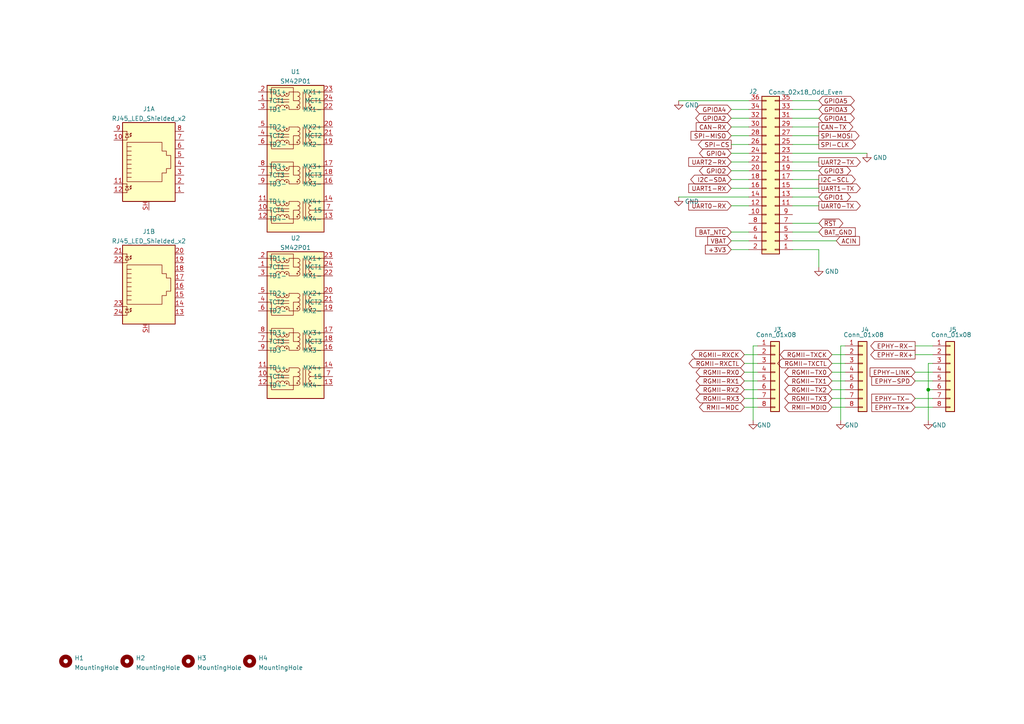
<source format=kicad_sch>
(kicad_sch (version 20210621) (generator eeschema)
  (paper "A4")
  (lib_symbols
    (symbol "Connector:RJ45_LED_Shielded_x2"
      (property "Reference" "J" (at -5.08 13.97 0))
      (property "Value" "RJ45_LED_Shielded_x2" (at 1.27 13.97 0))
      (symbol "RJ45_LED_Shielded_x2_0_1"
        (rectangle (start 7.62 12.7) (end -7.62 -10.16) (stroke (width 0.254)) (fill (type background)))
        (polyline (pts (xy -7.62 -7.62) (xy -6.35 -7.62)))
        (polyline (pts (xy -7.62 -5.08) (xy -6.35 -5.08)))
        (polyline (pts (xy -7.62 7.62) (xy -6.35 7.62)))
        (polyline (pts (xy -7.62 10.16) (xy -6.35 10.16)))
        (polyline (pts (xy -6.858 -5.842) (xy -5.842 -5.842)))
        (polyline (pts (xy -6.858 9.398) (xy -5.842 9.398)))
        (polyline (pts (xy -6.35 -7.62) (xy -6.35 -6.858)))
        (polyline (pts (xy -6.35 -5.08) (xy -6.35 -5.842)))
        (polyline (pts (xy -6.35 7.62) (xy -6.35 8.382)))
        (polyline (pts (xy -6.35 10.16) (xy -6.35 9.398)))
        (polyline (pts (xy -5.08 -6.223) (xy -5.207 -6.604)))
        (polyline (pts (xy -5.08 -5.588) (xy -5.207 -5.969)))
        (polyline (pts (xy -5.08 4.445) (xy -6.35 4.445)))
        (polyline (pts (xy -5.08 5.715) (xy -6.35 5.715)))
        (polyline (pts (xy -5.08 9.017) (xy -5.207 8.636)))
        (polyline (pts (xy -5.08 9.652) (xy -5.207 9.271)))
        (polyline (pts (xy -6.35 -3.175) (xy -5.08 -3.175) (xy -5.08 -3.175)))
        (polyline (pts (xy -6.35 -1.905) (xy -5.08 -1.905) (xy -5.08 -1.905)))
        (polyline (pts (xy -6.35 -0.635) (xy -5.08 -0.635) (xy -5.08 -0.635)))
        (polyline (pts (xy -6.35 0.635) (xy -5.08 0.635) (xy -5.08 0.635)))
        (polyline (pts (xy -6.35 1.905) (xy -5.08 1.905) (xy -5.08 1.905)))
        (polyline (pts (xy -5.588 -6.731) (xy -5.08 -6.223) (xy -5.461 -6.35)))
        (polyline (pts (xy -5.588 -6.096) (xy -5.08 -5.588) (xy -5.461 -5.715)))
        (polyline (pts (xy -5.588 8.509) (xy -5.08 9.017) (xy -5.461 8.89)))
        (polyline (pts (xy -5.588 9.144) (xy -5.08 9.652) (xy -5.461 9.525)))
        (polyline (pts (xy -5.08 3.175) (xy -6.35 3.175) (xy -6.35 3.175)))
        (polyline (pts (xy -6.35 -5.842) (xy -6.858 -6.858) (xy -5.842 -6.858) (xy -6.35 -5.842)))
        (polyline (pts (xy -6.35 9.398) (xy -6.858 8.382) (xy -5.842 8.382) (xy -6.35 9.398)))
        (polyline (pts (xy -6.35 -4.445) (xy -6.35 6.985) (xy 3.81 6.985) (xy 3.81 4.445) (xy 5.08 4.445) (xy 5.08 3.175) (xy 6.35 3.175) (xy 6.35 -0.635) (xy 5.08 -0.635) (xy 5.08 -1.905) (xy 3.81 -1.905) (xy 3.81 -4.445) (xy -6.35 -4.445) (xy -6.35 -4.445)))
      )
      (symbol "RJ45_LED_Shielded_x2_1_1"
        (pin passive line (at 10.16 -7.62 180) (length 2.54) (name "~") (number "1"))
        (pin passive line (at -10.16 7.62 0) (length 2.54) (name "~") (number "10"))
        (pin passive line (at -10.16 -5.08 0) (length 2.54) (name "~") (number "11"))
        (pin passive line (at -10.16 -7.62 0) (length 2.54) (name "~") (number "12"))
        (pin passive line (at 10.16 -5.08 180) (length 2.54) (name "~") (number "2"))
        (pin passive line (at 10.16 -2.54 180) (length 2.54) (name "~") (number "3"))
        (pin passive line (at 10.16 0 180) (length 2.54) (name "~") (number "4"))
        (pin passive line (at 10.16 2.54 180) (length 2.54) (name "~") (number "5"))
        (pin passive line (at 10.16 5.08 180) (length 2.54) (name "~") (number "6"))
        (pin passive line (at 10.16 7.62 180) (length 2.54) (name "~") (number "7"))
        (pin passive line (at 10.16 10.16 180) (length 2.54) (name "~") (number "8"))
        (pin passive line (at -10.16 10.16 0) (length 2.54) (name "~") (number "9"))
        (pin passive line (at 0 -12.7 90) (length 2.54) (name "~") (number "SH"))
      )
      (symbol "RJ45_LED_Shielded_x2_2_1"
        (pin passive line (at 10.16 -7.62 180) (length 2.54) (name "~") (number "13"))
        (pin passive line (at 10.16 -5.08 180) (length 2.54) (name "~") (number "14"))
        (pin passive line (at 10.16 -2.54 180) (length 2.54) (name "~") (number "15"))
        (pin passive line (at 10.16 0 180) (length 2.54) (name "~") (number "16"))
        (pin passive line (at 10.16 2.54 180) (length 2.54) (name "~") (number "17"))
        (pin passive line (at 10.16 5.08 180) (length 2.54) (name "~") (number "18"))
        (pin passive line (at 10.16 7.62 180) (length 2.54) (name "~") (number "19"))
        (pin passive line (at 10.16 10.16 180) (length 2.54) (name "~") (number "20"))
        (pin passive line (at -10.16 10.16 0) (length 2.54) (name "~") (number "21"))
        (pin passive line (at -10.16 7.62 0) (length 2.54) (name "~") (number "22"))
        (pin passive line (at -10.16 -5.08 0) (length 2.54) (name "~") (number "23"))
        (pin passive line (at -10.16 -7.62 0) (length 2.54) (name "~") (number "24"))
        (pin passive line (at 0 -12.7 90) (length 2.54) (name "~") (number "SH"))
      )
    )
    (symbol "Connector_Generic:Conn_01x08" (pin_names (offset 1.016) hide)
      (property "Reference" "J" (at 0 10.16 0))
      (property "Value" "Conn_01x08" (at 0 -12.7 0))
      (symbol "Conn_01x08_1_1"
        (rectangle (start -1.27 -10.033) (end 0 -10.287) (stroke (width 0.1524)))
        (rectangle (start -1.27 -7.493) (end 0 -7.747) (stroke (width 0.1524)))
        (rectangle (start -1.27 -4.953) (end 0 -5.207) (stroke (width 0.1524)))
        (rectangle (start -1.27 -2.413) (end 0 -2.667) (stroke (width 0.1524)))
        (rectangle (start -1.27 0.127) (end 0 -0.127) (stroke (width 0.1524)))
        (rectangle (start -1.27 2.667) (end 0 2.413) (stroke (width 0.1524)))
        (rectangle (start -1.27 5.207) (end 0 4.953) (stroke (width 0.1524)))
        (rectangle (start -1.27 7.747) (end 0 7.493) (stroke (width 0.1524)))
        (rectangle (start -1.27 8.89) (end 1.27 -11.43) (stroke (width 0.254)) (fill (type background)))
        (pin passive line (at -5.08 7.62 0) (length 3.81) (name "Pin_1") (number "1"))
        (pin passive line (at -5.08 5.08 0) (length 3.81) (name "Pin_2") (number "2"))
        (pin passive line (at -5.08 2.54 0) (length 3.81) (name "Pin_3") (number "3"))
        (pin passive line (at -5.08 0 0) (length 3.81) (name "Pin_4") (number "4"))
        (pin passive line (at -5.08 -2.54 0) (length 3.81) (name "Pin_5") (number "5"))
        (pin passive line (at -5.08 -5.08 0) (length 3.81) (name "Pin_6") (number "6"))
        (pin passive line (at -5.08 -7.62 0) (length 3.81) (name "Pin_7") (number "7"))
        (pin passive line (at -5.08 -10.16 0) (length 3.81) (name "Pin_8") (number "8"))
      )
    )
    (symbol "Connector_Generic:Conn_02x18_Odd_Even" (pin_names (offset 1.016) hide)
      (property "Reference" "J" (at 1.27 22.86 0))
      (property "Value" "Conn_02x18_Odd_Even" (at 1.27 -25.4 0))
      (symbol "Conn_02x18_Odd_Even_1_1"
        (rectangle (start -1.27 -22.733) (end 0 -22.987) (stroke (width 0.1524)))
        (rectangle (start -1.27 -20.193) (end 0 -20.447) (stroke (width 0.1524)))
        (rectangle (start -1.27 -17.653) (end 0 -17.907) (stroke (width 0.1524)))
        (rectangle (start -1.27 -15.113) (end 0 -15.367) (stroke (width 0.1524)))
        (rectangle (start -1.27 -12.573) (end 0 -12.827) (stroke (width 0.1524)))
        (rectangle (start -1.27 -10.033) (end 0 -10.287) (stroke (width 0.1524)))
        (rectangle (start -1.27 -7.493) (end 0 -7.747) (stroke (width 0.1524)))
        (rectangle (start -1.27 -4.953) (end 0 -5.207) (stroke (width 0.1524)))
        (rectangle (start -1.27 -2.413) (end 0 -2.667) (stroke (width 0.1524)))
        (rectangle (start -1.27 0.127) (end 0 -0.127) (stroke (width 0.1524)))
        (rectangle (start -1.27 2.667) (end 0 2.413) (stroke (width 0.1524)))
        (rectangle (start -1.27 5.207) (end 0 4.953) (stroke (width 0.1524)))
        (rectangle (start -1.27 7.747) (end 0 7.493) (stroke (width 0.1524)))
        (rectangle (start -1.27 10.287) (end 0 10.033) (stroke (width 0.1524)))
        (rectangle (start -1.27 12.827) (end 0 12.573) (stroke (width 0.1524)))
        (rectangle (start -1.27 15.367) (end 0 15.113) (stroke (width 0.1524)))
        (rectangle (start -1.27 17.907) (end 0 17.653) (stroke (width 0.1524)))
        (rectangle (start -1.27 20.447) (end 0 20.193) (stroke (width 0.1524)))
        (rectangle (start 3.81 -22.733) (end 2.54 -22.987) (stroke (width 0.1524)))
        (rectangle (start 3.81 -20.193) (end 2.54 -20.447) (stroke (width 0.1524)))
        (rectangle (start 3.81 -17.653) (end 2.54 -17.907) (stroke (width 0.1524)))
        (rectangle (start 3.81 -15.113) (end 2.54 -15.367) (stroke (width 0.1524)))
        (rectangle (start 3.81 -12.573) (end 2.54 -12.827) (stroke (width 0.1524)))
        (rectangle (start 3.81 -10.033) (end 2.54 -10.287) (stroke (width 0.1524)))
        (rectangle (start 3.81 -7.493) (end 2.54 -7.747) (stroke (width 0.1524)))
        (rectangle (start 3.81 -4.953) (end 2.54 -5.207) (stroke (width 0.1524)))
        (rectangle (start 3.81 -2.413) (end 2.54 -2.667) (stroke (width 0.1524)))
        (rectangle (start 3.81 0.127) (end 2.54 -0.127) (stroke (width 0.1524)))
        (rectangle (start 3.81 2.667) (end 2.54 2.413) (stroke (width 0.1524)))
        (rectangle (start 3.81 5.207) (end 2.54 4.953) (stroke (width 0.1524)))
        (rectangle (start 3.81 7.747) (end 2.54 7.493) (stroke (width 0.1524)))
        (rectangle (start 3.81 10.287) (end 2.54 10.033) (stroke (width 0.1524)))
        (rectangle (start 3.81 12.827) (end 2.54 12.573) (stroke (width 0.1524)))
        (rectangle (start 3.81 15.367) (end 2.54 15.113) (stroke (width 0.1524)))
        (rectangle (start 3.81 17.907) (end 2.54 17.653) (stroke (width 0.1524)))
        (rectangle (start 3.81 20.447) (end 2.54 20.193) (stroke (width 0.1524)))
        (rectangle (start -1.27 21.59) (end 3.81 -24.13) (stroke (width 0.254)) (fill (type background)))
        (pin passive line (at -5.08 20.32 0) (length 3.81) (name "Pin_1") (number "1"))
        (pin passive line (at 7.62 10.16 180) (length 3.81) (name "Pin_10") (number "10"))
        (pin passive line (at -5.08 7.62 0) (length 3.81) (name "Pin_11") (number "11"))
        (pin passive line (at 7.62 7.62 180) (length 3.81) (name "Pin_12") (number "12"))
        (pin passive line (at -5.08 5.08 0) (length 3.81) (name "Pin_13") (number "13"))
        (pin passive line (at 7.62 5.08 180) (length 3.81) (name "Pin_14") (number "14"))
        (pin passive line (at -5.08 2.54 0) (length 3.81) (name "Pin_15") (number "15"))
        (pin passive line (at 7.62 2.54 180) (length 3.81) (name "Pin_16") (number "16"))
        (pin passive line (at -5.08 0 0) (length 3.81) (name "Pin_17") (number "17"))
        (pin passive line (at 7.62 0 180) (length 3.81) (name "Pin_18") (number "18"))
        (pin passive line (at -5.08 -2.54 0) (length 3.81) (name "Pin_19") (number "19"))
        (pin passive line (at 7.62 20.32 180) (length 3.81) (name "Pin_2") (number "2"))
        (pin passive line (at 7.62 -2.54 180) (length 3.81) (name "Pin_20") (number "20"))
        (pin passive line (at -5.08 -5.08 0) (length 3.81) (name "Pin_21") (number "21"))
        (pin passive line (at 7.62 -5.08 180) (length 3.81) (name "Pin_22") (number "22"))
        (pin passive line (at -5.08 -7.62 0) (length 3.81) (name "Pin_23") (number "23"))
        (pin passive line (at 7.62 -7.62 180) (length 3.81) (name "Pin_24") (number "24"))
        (pin passive line (at -5.08 -10.16 0) (length 3.81) (name "Pin_25") (number "25"))
        (pin passive line (at 7.62 -10.16 180) (length 3.81) (name "Pin_26") (number "26"))
        (pin passive line (at -5.08 -12.7 0) (length 3.81) (name "Pin_27") (number "27"))
        (pin passive line (at 7.62 -12.7 180) (length 3.81) (name "Pin_28") (number "28"))
        (pin passive line (at -5.08 -15.24 0) (length 3.81) (name "Pin_29") (number "29"))
        (pin passive line (at -5.08 17.78 0) (length 3.81) (name "Pin_3") (number "3"))
        (pin passive line (at 7.62 -15.24 180) (length 3.81) (name "Pin_30") (number "30"))
        (pin passive line (at -5.08 -17.78 0) (length 3.81) (name "Pin_31") (number "31"))
        (pin passive line (at 7.62 -17.78 180) (length 3.81) (name "Pin_32") (number "32"))
        (pin passive line (at -5.08 -20.32 0) (length 3.81) (name "Pin_33") (number "33"))
        (pin passive line (at 7.62 -20.32 180) (length 3.81) (name "Pin_34") (number "34"))
        (pin passive line (at -5.08 -22.86 0) (length 3.81) (name "Pin_35") (number "35"))
        (pin passive line (at 7.62 -22.86 180) (length 3.81) (name "Pin_36") (number "36"))
        (pin passive line (at 7.62 17.78 180) (length 3.81) (name "Pin_4") (number "4"))
        (pin passive line (at -5.08 15.24 0) (length 3.81) (name "Pin_5") (number "5"))
        (pin passive line (at 7.62 15.24 180) (length 3.81) (name "Pin_6") (number "6"))
        (pin passive line (at -5.08 12.7 0) (length 3.81) (name "Pin_7") (number "7"))
        (pin passive line (at 7.62 12.7 180) (length 3.81) (name "Pin_8") (number "8"))
        (pin passive line (at -5.08 10.16 0) (length 3.81) (name "Pin_9") (number "9"))
      )
    )
    (symbol "Mechanical:MountingHole" (pin_names (offset 1.016))
      (property "Reference" "H" (at 0 5.08 0))
      (property "Value" "MountingHole" (at 0 3.175 0))
      (symbol "MountingHole_0_1"
        (circle (center 0 0) (radius 1.27) (stroke (width 1.27)))
      )
    )
    (symbol "bourns:SM42P01"
      (property "Reference" "U" (at 0 5.08 0))
      (property "Value" "SM42P01" (at 0 2.54 0))
      (symbol "SM42P01_0_1"
        (arc (start 5.08 -38.1) (end 5.08 -39.37) (radius (at 5.08 -38.735) (length 0.635) (angles 90.1 -90.1)))
        (arc (start 5.08 -16.51) (end 5.08 -17.78) (radius (at 5.08 -17.145) (length 0.635) (angles 90.1 -90.1)))
        (circle (center 5.207 -38.735) (radius 0.1778))
        (circle (center 5.207 -17.145) (radius 0.1778))
        (rectangle (start -7.62 -0.635) (end 8.89 -43.18) (stroke (width 0.254)) (fill (type background)))
        (polyline (pts (xy -1.27 -37.211) (xy -5.08 -37.211)))
        (polyline (pts (xy -1.27 -36.449) (xy -5.08 -36.449)))
        (polyline (pts (xy -1.27 -15.621) (xy -5.08 -15.621)))
        (polyline (pts (xy -1.27 -14.859) (xy -5.08 -14.859)))
        (polyline (pts (xy 2.794 -39.37) (xy 2.794 -34.29)))
        (polyline (pts (xy 2.794 -24.13) (xy 2.794 -29.21)))
        (polyline (pts (xy 2.794 -17.78) (xy 2.794 -12.7)))
        (polyline (pts (xy 2.794 -2.54) (xy 2.794 -7.62)))
        (polyline (pts (xy 3.556 -34.29) (xy 3.556 -39.37)))
        (polyline (pts (xy 3.556 -29.21) (xy 3.556 -24.13)))
        (polyline (pts (xy 3.556 -12.7) (xy 3.556 -17.78)))
        (polyline (pts (xy 3.556 -7.62) (xy 3.556 -2.54)))
        (polyline (pts (xy 5.08 -39.37) (xy 8.89 -39.37)))
        (polyline (pts (xy 5.08 -36.83) (xy 8.89 -36.83)))
        (polyline (pts (xy 5.08 -34.29) (xy 8.89 -34.29)))
        (polyline (pts (xy 5.08 -17.78) (xy 8.89 -17.78)))
        (polyline (pts (xy 5.08 -15.24) (xy 8.89 -15.24)))
        (polyline (pts (xy 5.08 -12.7) (xy 8.89 -12.7)))
        (polyline (pts (xy -5.08 -38.735) (xy -5.08 -39.37) (xy -7.62 -39.37)))
        (polyline (pts (xy -5.08 -34.925) (xy -5.08 -34.29) (xy -7.62 -34.29)))
        (polyline (pts (xy -5.08 -17.145) (xy -5.08 -17.78) (xy -7.62 -17.78)))
        (polyline (pts (xy -5.08 -13.335) (xy -5.08 -12.7) (xy -7.62 -12.7)))
        (polyline (pts (xy -1.27 -38.735) (xy -1.27 -39.37) (xy 1.27 -39.37)))
        (polyline (pts (xy -1.27 -17.145) (xy -1.27 -17.78) (xy 1.27 -17.78)))
        (polyline (pts (xy 1.27 -34.29) (xy -1.27 -34.29) (xy -1.27 -34.925)))
        (polyline (pts (xy 1.27 -12.7) (xy -1.27 -12.7) (xy -1.27 -13.335)))
        (polyline (pts (xy 1.27 -36.83) (xy 0 -36.83) (xy 0 -40.64) (xy -6.35 -40.64) (xy -6.35 -36.83) (xy -7.62 -36.83)))
        (polyline (pts (xy 1.27 -15.24) (xy 0 -15.24) (xy 0 -19.05) (xy -6.35 -19.05) (xy -6.35 -15.24) (xy -7.62 -15.24)))
      )
      (symbol "SM42P01_1_1"
        (arc (start -3.81 -38.735) (end -5.08 -38.735) (radius (at -4.445 -38.735) (length 0.635) (angles 0.1 179.9)))
        (arc (start -5.08 -34.925) (end -3.81 -34.925) (radius (at -4.445 -34.925) (length 0.635) (angles -179.9 -0.1)))
        (arc (start -3.81 -28.575) (end -5.08 -28.575) (radius (at -4.445 -28.575) (length 0.635) (angles 0.1 179.9)))
        (arc (start -5.08 -24.765) (end -3.81 -24.765) (radius (at -4.445 -24.765) (length 0.635) (angles -179.9 -0.1)))
        (arc (start -3.81 -17.145) (end -5.08 -17.145) (radius (at -4.445 -17.145) (length 0.635) (angles 0.1 179.9)))
        (arc (start -5.08 -13.335) (end -3.81 -13.335) (radius (at -4.445 -13.335) (length 0.635) (angles -179.9 -0.1)))
        (arc (start -3.81 -6.985) (end -5.08 -6.985) (radius (at -4.445 -6.985) (length 0.635) (angles 0.1 179.9)))
        (arc (start -5.08 -3.175) (end -3.81 -3.175) (radius (at -4.445 -3.175) (length 0.635) (angles -179.9 -0.1)))
        (arc (start -2.54 -38.735) (end -3.81 -38.735) (radius (at -3.175 -38.735) (length 0.635) (angles 0.1 179.9)))
        (arc (start -3.81 -34.925) (end -2.54 -34.925) (radius (at -3.175 -34.925) (length 0.635) (angles -179.9 -0.1)))
        (arc (start -2.54 -28.575) (end -3.81 -28.575) (radius (at -3.175 -28.575) (length 0.635) (angles 0.1 179.9)))
        (arc (start -3.81 -24.765) (end -2.54 -24.765) (radius (at -3.175 -24.765) (length 0.635) (angles -179.9 -0.1)))
        (arc (start -2.54 -17.145) (end -3.81 -17.145) (radius (at -3.175 -17.145) (length 0.635) (angles 0.1 179.9)))
        (arc (start -3.81 -13.335) (end -2.54 -13.335) (radius (at -3.175 -13.335) (length 0.635) (angles -179.9 -0.1)))
        (arc (start -2.54 -6.985) (end -3.81 -6.985) (radius (at -3.175 -6.985) (length 0.635) (angles 0.1 179.9)))
        (arc (start -3.81 -3.175) (end -2.54 -3.175) (radius (at -3.175 -3.175) (length 0.635) (angles -179.9 -0.1)))
        (arc (start -1.27 -38.735) (end -2.54 -38.735) (radius (at -1.905 -38.735) (length 0.635) (angles 0.1 179.9)))
        (arc (start -2.54 -34.925) (end -1.27 -34.925) (radius (at -1.905 -34.925) (length 0.635) (angles -179.9 -0.1)))
        (arc (start -1.27 -28.575) (end -2.54 -28.575) (radius (at -1.905 -28.575) (length 0.635) (angles 0.1 179.9)))
        (arc (start -2.54 -24.765) (end -1.27 -24.765) (radius (at -1.905 -24.765) (length 0.635) (angles -179.9 -0.1)))
        (arc (start -1.27 -17.145) (end -2.54 -17.145) (radius (at -1.905 -17.145) (length 0.635) (angles 0.1 179.9)))
        (arc (start -2.54 -13.335) (end -1.27 -13.335) (radius (at -1.905 -13.335) (length 0.635) (angles -179.9 -0.1)))
        (arc (start -1.27 -6.985) (end -2.54 -6.985) (radius (at -1.905 -6.985) (length 0.635) (angles 0.1 179.9)))
        (arc (start -2.54 -3.175) (end -1.27 -3.175) (radius (at -1.905 -3.175) (length 0.635) (angles -179.9 -0.1)))
        (arc (start 1.27 -39.37) (end 1.27 -38.1) (radius (at 1.27 -38.735) (length 0.635) (angles -89.9 89.9)))
        (arc (start 1.27 -38.1) (end 1.27 -36.83) (radius (at 1.27 -37.465) (length 0.635) (angles -89.9 89.9)))
        (arc (start 1.27 -36.83) (end 1.27 -35.56) (radius (at 1.27 -36.195) (length 0.635) (angles -89.9 89.9)))
        (arc (start 1.27 -35.56) (end 1.27 -34.29) (radius (at 1.27 -34.925) (length 0.635) (angles -89.9 89.9)))
        (arc (start 1.27 -29.21) (end 1.27 -27.94) (radius (at 1.27 -28.575) (length 0.635) (angles -89.9 89.9)))
        (arc (start 1.27 -27.94) (end 1.27 -26.67) (radius (at 1.27 -27.305) (length 0.635) (angles -89.9 89.9)))
        (arc (start 1.27 -26.67) (end 1.27 -25.4) (radius (at 1.27 -26.035) (length 0.635) (angles -89.9 89.9)))
        (arc (start 1.27 -25.4) (end 1.27 -24.13) (radius (at 1.27 -24.765) (length 0.635) (angles -89.9 89.9)))
        (arc (start 1.27 -17.78) (end 1.27 -16.51) (radius (at 1.27 -17.145) (length 0.635) (angles -89.9 89.9)))
        (arc (start 1.27 -16.51) (end 1.27 -15.24) (radius (at 1.27 -15.875) (length 0.635) (angles -89.9 89.9)))
        (arc (start 1.27 -15.24) (end 1.27 -13.97) (radius (at 1.27 -14.605) (length 0.635) (angles -89.9 89.9)))
        (arc (start 1.27 -13.97) (end 1.27 -12.7) (radius (at 1.27 -13.335) (length 0.635) (angles -89.9 89.9)))
        (arc (start 1.27 -7.62) (end 1.27 -6.35) (radius (at 1.27 -6.985) (length 0.635) (angles -89.9 89.9)))
        (arc (start 1.27 -6.35) (end 1.27 -5.08) (radius (at 1.27 -5.715) (length 0.635) (angles -89.9 89.9)))
        (arc (start 1.27 -5.08) (end 1.27 -3.81) (radius (at 1.27 -4.445) (length 0.635) (angles -89.9 89.9)))
        (arc (start 1.27 -3.81) (end 1.27 -2.54) (radius (at 1.27 -3.175) (length 0.635) (angles -89.9 89.9)))
        (arc (start 5.08 -36.83) (end 5.08 -38.1) (radius (at 5.08 -37.465) (length 0.635) (angles 90.1 -90.1)))
        (arc (start 5.08 -35.56) (end 5.08 -36.83) (radius (at 5.08 -36.195) (length 0.635) (angles 90.1 -90.1)))
        (arc (start 5.08 -34.29) (end 5.08 -35.56) (radius (at 5.08 -34.925) (length 0.635) (angles 90.1 -90.1)))
        (arc (start 5.08 -27.94) (end 5.08 -29.21) (radius (at 5.08 -28.575) (length 0.635) (angles 90.1 -90.1)))
        (arc (start 5.08 -26.67) (end 5.08 -27.94) (radius (at 5.08 -27.305) (length 0.635) (angles 90.1 -90.1)))
        (arc (start 5.08 -25.4) (end 5.08 -26.67) (radius (at 5.08 -26.035) (length 0.635) (angles 90.1 -90.1)))
        (arc (start 5.08 -24.13) (end 5.08 -25.4) (radius (at 5.08 -24.765) (length 0.635) (angles 90.1 -90.1)))
        (arc (start 5.08 -15.24) (end 5.08 -16.51) (radius (at 5.08 -15.875) (length 0.635) (angles 90.1 -90.1)))
        (arc (start 5.08 -13.97) (end 5.08 -15.24) (radius (at 5.08 -14.605) (length 0.635) (angles 90.1 -90.1)))
        (arc (start 5.08 -12.7) (end 5.08 -13.97) (radius (at 5.08 -13.335) (length 0.635) (angles 90.1 -90.1)))
        (arc (start 5.08 -6.35) (end 5.08 -7.62) (radius (at 5.08 -6.985) (length 0.635) (angles 90.1 -90.1)))
        (arc (start 5.08 -5.08) (end 5.08 -6.35) (radius (at 5.08 -5.715) (length 0.635) (angles 90.1 -90.1)))
        (arc (start 5.08 -3.81) (end 5.08 -5.08) (radius (at 5.08 -4.445) (length 0.635) (angles 90.1 -90.1)))
        (arc (start 5.08 -2.54) (end 5.08 -3.81) (radius (at 5.08 -3.175) (length 0.635) (angles 90.1 -90.1)))
        (circle (center -1.905 -38.862) (radius 0.1778))
        (circle (center -1.905 -34.798) (radius 0.1778))
        (circle (center -1.905 -28.702) (radius 0.1778))
        (circle (center -1.905 -24.638) (radius 0.1778))
        (circle (center -1.905 -17.272) (radius 0.1778))
        (circle (center -1.905 -13.208) (radius 0.1778))
        (circle (center -1.905 -7.112) (radius 0.1778))
        (circle (center -1.905 -3.048) (radius 0.1778))
        (circle (center 1.143 -38.735) (radius 0.1778))
        (circle (center 1.143 -28.575) (radius 0.1778))
        (circle (center 1.143 -17.145) (radius 0.1778))
        (circle (center 1.143 -6.985) (radius 0.1778))
        (circle (center 5.207 -28.575) (radius 0.1778))
        (circle (center 5.207 -6.985) (radius 0.1778))
        (polyline (pts (xy -1.27 -27.051) (xy -5.08 -27.051)))
        (polyline (pts (xy -1.27 -26.289) (xy -5.08 -26.289)))
        (polyline (pts (xy -1.27 -5.461) (xy -5.08 -5.461)))
        (polyline (pts (xy -1.27 -4.699) (xy -5.08 -4.699)))
        (polyline (pts (xy 5.08 -29.21) (xy 8.89 -29.21)))
        (polyline (pts (xy 5.08 -26.67) (xy 8.89 -26.67)))
        (polyline (pts (xy 5.08 -24.13) (xy 8.89 -24.13)))
        (polyline (pts (xy 5.08 -7.62) (xy 8.89 -7.62)))
        (polyline (pts (xy 5.08 -5.08) (xy 8.89 -5.08)))
        (polyline (pts (xy 5.08 -2.54) (xy 8.89 -2.54)))
        (polyline (pts (xy -5.08 -28.575) (xy -5.08 -29.21) (xy -7.62 -29.21)))
        (polyline (pts (xy -5.08 -24.765) (xy -5.08 -24.13) (xy -7.62 -24.13)))
        (polyline (pts (xy -5.08 -6.985) (xy -5.08 -7.62) (xy -7.62 -7.62)))
        (polyline (pts (xy -5.08 -3.175) (xy -5.08 -2.54) (xy -7.62 -2.54)))
        (polyline (pts (xy -1.27 -28.575) (xy -1.27 -29.21) (xy 1.27 -29.21)))
        (polyline (pts (xy -1.27 -6.985) (xy -1.27 -7.62) (xy 1.27 -7.62)))
        (polyline (pts (xy 1.27 -24.13) (xy -1.27 -24.13) (xy -1.27 -24.765)))
        (polyline (pts (xy 1.27 -2.54) (xy -1.27 -2.54) (xy -1.27 -3.175)))
        (polyline (pts (xy -7.62 -26.67) (xy -6.35 -26.67) (xy -6.35 -22.86) (xy 0 -22.86) (xy 0 -26.67) (xy 1.27 -26.67)))
        (polyline (pts (xy -7.62 -5.08) (xy -6.35 -5.08) (xy -6.35 -1.27) (xy 0 -1.27) (xy 0 -5.08) (xy 1.27 -5.08)))
        (pin passive line (at -10.16 -5.08 0) (length 2.54) (name "TCT1") (number "1"))
        (pin passive line (at -10.16 -36.83 0) (length 2.54) (name "TCT4") (number "10"))
        (pin passive line (at -10.16 -34.29 0) (length 2.54) (name "TD4+") (number "11"))
        (pin passive line (at -10.16 -39.37 0) (length 2.54) (name "TD4-") (number "12"))
        (pin passive line (at 11.43 -39.37 180) (length 2.54) (name "MX4-") (number "13"))
        (pin passive line (at 11.43 -34.29 180) (length 2.54) (name "MX4+") (number "14"))
        (pin passive line (at 11.43 -29.21 180) (length 2.54) (name "MX3-") (number "16"))
        (pin passive line (at 11.43 -24.13 180) (length 2.54) (name "MX3+") (number "17"))
        (pin passive line (at 11.43 -26.67 180) (length 2.54) (name "MCT3") (number "18"))
        (pin passive line (at 11.43 -17.78 180) (length 2.54) (name "MX2-") (number "19"))
        (pin passive line (at -10.16 -2.54 0) (length 2.54) (name "TD1+") (number "2"))
        (pin passive line (at 11.43 -12.7 180) (length 2.54) (name "MX2+") (number "20"))
        (pin passive line (at 11.43 -15.24 180) (length 2.54) (name "MCT2") (number "21"))
        (pin passive line (at 11.43 -7.62 180) (length 2.54) (name "MX1-") (number "22"))
        (pin passive line (at 11.43 -2.54 180) (length 2.54) (name "MX1+") (number "23"))
        (pin passive line (at 11.43 -5.08 180) (length 2.54) (name "MCT1") (number "24"))
        (pin passive line (at -10.16 -7.62 0) (length 2.54) (name "TD1-") (number "3"))
        (pin passive line (at -10.16 -15.24 0) (length 2.54) (name "TCT2") (number "4"))
        (pin passive line (at -10.16 -12.7 0) (length 2.54) (name "TD2+") (number "5"))
        (pin passive line (at -10.16 -17.78 0) (length 2.54) (name "TD2-") (number "6"))
        (pin passive line (at 11.43 -36.83 180) (length 2.54) (name "15") (number "7"))
        (pin passive line (at -10.16 -26.67 0) (length 2.54) (name "TCT3") (number "7"))
        (pin passive line (at -10.16 -24.13 0) (length 2.54) (name "TD3+") (number "8"))
        (pin passive line (at -10.16 -29.21 0) (length 2.54) (name "TD3-") (number "9"))
      )
    )
    (symbol "power:GND" (power) (pin_names (offset 0))
      (property "Value" "GND" (at 0 -3.81 0))
      (symbol "GND_0_1"
        (polyline (pts (xy 0 0) (xy 0 -1.27) (xy 1.27 -1.27) (xy 0 -2.54) (xy -1.27 -1.27) (xy 0 -1.27)))
      )
      (symbol "GND_1_1"
        (pin power_in line (at 0 0 270) (length 0) hide (name "GND") (number "1"))
      )
    )
  )
  (junction (at 269.24 113.03))
  (wire (pts (xy 196.85 29.21) (xy 217.17 29.21)))
  (wire (pts (xy 196.85 57.15) (xy 217.17 57.15)))
  (wire (pts (xy 212.09 31.75) (xy 217.17 31.75)))
  (wire (pts (xy 212.09 34.29) (xy 217.17 34.29)))
  (wire (pts (xy 212.09 36.83) (xy 217.17 36.83)))
  (wire (pts (xy 212.09 39.37) (xy 217.17 39.37)))
  (wire (pts (xy 212.09 41.91) (xy 217.17 41.91)))
  (wire (pts (xy 212.09 44.45) (xy 217.17 44.45)))
  (wire (pts (xy 212.09 46.99) (xy 217.17 46.99)))
  (wire (pts (xy 212.09 49.53) (xy 217.17 49.53)))
  (wire (pts (xy 212.09 52.07) (xy 217.17 52.07)))
  (wire (pts (xy 212.09 54.61) (xy 217.17 54.61)))
  (wire (pts (xy 212.09 59.69) (xy 217.17 59.69)))
  (wire (pts (xy 212.09 67.31) (xy 217.17 67.31)))
  (wire (pts (xy 212.09 69.85) (xy 217.17 69.85)))
  (wire (pts (xy 212.09 72.39) (xy 217.17 72.39)))
  (wire (pts (xy 215.9 102.87) (xy 219.71 102.87)))
  (wire (pts (xy 215.9 105.41) (xy 219.71 105.41)))
  (wire (pts (xy 215.9 107.95) (xy 219.71 107.95)))
  (wire (pts (xy 215.9 110.49) (xy 219.71 110.49)))
  (wire (pts (xy 215.9 113.03) (xy 219.71 113.03)))
  (wire (pts (xy 215.9 115.57) (xy 219.71 115.57)))
  (wire (pts (xy 215.9 118.11) (xy 219.71 118.11)))
  (wire (pts (xy 218.44 100.33) (xy 218.44 121.92)))
  (wire (pts (xy 219.71 100.33) (xy 218.44 100.33)))
  (wire (pts (xy 229.87 29.21) (xy 237.49 29.21)))
  (wire (pts (xy 229.87 31.75) (xy 237.49 31.75)))
  (wire (pts (xy 229.87 34.29) (xy 237.49 34.29)))
  (wire (pts (xy 229.87 36.83) (xy 237.49 36.83)))
  (wire (pts (xy 229.87 39.37) (xy 237.49 39.37)))
  (wire (pts (xy 229.87 41.91) (xy 237.49 41.91)))
  (wire (pts (xy 229.87 44.45) (xy 251.46 44.45)))
  (wire (pts (xy 229.87 46.99) (xy 237.49 46.99)))
  (wire (pts (xy 229.87 49.53) (xy 237.49 49.53)))
  (wire (pts (xy 229.87 52.07) (xy 237.49 52.07)))
  (wire (pts (xy 229.87 54.61) (xy 237.49 54.61)))
  (wire (pts (xy 229.87 57.15) (xy 237.49 57.15)))
  (wire (pts (xy 229.87 59.69) (xy 237.49 59.69)))
  (wire (pts (xy 229.87 64.77) (xy 237.49 64.77)))
  (wire (pts (xy 229.87 67.31) (xy 237.49 67.31)))
  (wire (pts (xy 229.87 69.85) (xy 242.57 69.85)))
  (wire (pts (xy 229.87 72.39) (xy 237.49 72.39)))
  (wire (pts (xy 237.49 72.39) (xy 237.49 77.47)))
  (wire (pts (xy 241.3 102.87) (xy 245.11 102.87)))
  (wire (pts (xy 241.3 105.41) (xy 245.11 105.41)))
  (wire (pts (xy 241.3 107.95) (xy 245.11 107.95)))
  (wire (pts (xy 241.3 110.49) (xy 245.11 110.49)))
  (wire (pts (xy 241.3 113.03) (xy 245.11 113.03)))
  (wire (pts (xy 241.3 115.57) (xy 245.11 115.57)))
  (wire (pts (xy 241.3 118.11) (xy 245.11 118.11)))
  (wire (pts (xy 243.84 100.33) (xy 243.84 121.92)))
  (wire (pts (xy 245.11 100.33) (xy 243.84 100.33)))
  (wire (pts (xy 265.43 100.33) (xy 270.51 100.33)))
  (wire (pts (xy 265.43 102.87) (xy 270.51 102.87)))
  (wire (pts (xy 265.43 107.95) (xy 270.51 107.95)))
  (wire (pts (xy 265.43 110.49) (xy 270.51 110.49)))
  (wire (pts (xy 265.43 115.57) (xy 270.51 115.57)))
  (wire (pts (xy 265.43 118.11) (xy 270.51 118.11)))
  (wire (pts (xy 269.24 105.41) (xy 269.24 113.03)))
  (wire (pts (xy 269.24 113.03) (xy 269.24 121.92)))
  (wire (pts (xy 269.24 113.03) (xy 270.51 113.03)))
  (wire (pts (xy 270.51 105.41) (xy 269.24 105.41)))
  (global_label "GPIOA4" (shape bidirectional) (at 212.09 31.75 180) (property "Intersheet References" "${INTERSHEET_REFS}" (effects hide)))
  (global_label "GPIOA2" (shape bidirectional) (at 212.09 34.29 180) (property "Intersheet References" "${INTERSHEET_REFS}" (effects hide)))
  (global_label "CAN-RX" (shape input) (at 212.09 36.83 180) (property "Intersheet References" "${INTERSHEET_REFS}" (effects hide)))
  (global_label "SPI-MISO" (shape input) (at 212.09 39.37 180) (property "Intersheet References" "${INTERSHEET_REFS}" (effects hide)))
  (global_label "SPI-CS" (shape output) (at 212.09 41.91 180) (property "Intersheet References" "${INTERSHEET_REFS}" (effects hide)))
  (global_label "GPIO4" (shape bidirectional) (at 212.09 44.45 180) (property "Intersheet References" "${INTERSHEET_REFS}" (effects hide)))
  (global_label "UART2-RX" (shape input) (at 212.09 46.99 180) (property "Intersheet References" "${INTERSHEET_REFS}" (effects hide)))
  (global_label "GPIO2" (shape bidirectional) (at 212.09 49.53 180) (property "Intersheet References" "${INTERSHEET_REFS}" (effects hide)))
  (global_label "I2C-SDA" (shape bidirectional) (at 212.09 52.07 180) (property "Intersheet References" "${INTERSHEET_REFS}" (effects hide)))
  (global_label "UART1-RX" (shape input) (at 212.09 54.61 180) (property "Intersheet References" "${INTERSHEET_REFS}" (effects hide)))
  (global_label "UART0-RX" (shape input) (at 212.09 59.69 180) (property "Intersheet References" "${INTERSHEET_REFS}" (effects hide)))
  (global_label "BAT_NTC" (shape input) (at 212.09 67.31 180) (property "Intersheet References" "${INTERSHEET_REFS}" (effects hide)))
  (global_label "VBAT" (shape input) (at 212.09 69.85 180) (property "Intersheet References" "${INTERSHEET_REFS}" (effects hide)))
  (global_label "+3V3" (shape input) (at 212.09 72.39 180) (property "Intersheet References" "${INTERSHEET_REFS}" (effects hide)))
  (global_label "RGMII-RXCK" (shape bidirectional) (at 215.9 102.87 180) (property "Intersheet References" "${INTERSHEET_REFS}" (effects hide)))
  (global_label "RGMII-RXCTL" (shape bidirectional) (at 215.9 105.41 180) (property "Intersheet References" "${INTERSHEET_REFS}" (effects hide)))
  (global_label "RGMII-RX0" (shape bidirectional) (at 215.9 107.95 180) (property "Intersheet References" "${INTERSHEET_REFS}" (effects hide)))
  (global_label "RGMII-RX1" (shape bidirectional) (at 215.9 110.49 180) (property "Intersheet References" "${INTERSHEET_REFS}" (effects hide)))
  (global_label "RGMII-RX2" (shape bidirectional) (at 215.9 113.03 180) (property "Intersheet References" "${INTERSHEET_REFS}" (effects hide)))
  (global_label "RGMII-RX3" (shape bidirectional) (at 215.9 115.57 180) (property "Intersheet References" "${INTERSHEET_REFS}" (effects hide)))
  (global_label "RMII-MDC" (shape bidirectional) (at 215.9 118.11 180) (property "Intersheet References" "${INTERSHEET_REFS}" (effects hide)))
  (global_label "GPIOA5" (shape bidirectional) (at 237.49 29.21 0) (property "Intersheet References" "${INTERSHEET_REFS}" (effects hide)))
  (global_label "GPIOA3" (shape bidirectional) (at 237.49 31.75 0) (property "Intersheet References" "${INTERSHEET_REFS}" (effects hide)))
  (global_label "GPIOA1" (shape bidirectional) (at 237.49 34.29 0) (property "Intersheet References" "${INTERSHEET_REFS}" (effects hide)))
  (global_label "CAN-TX" (shape output) (at 237.49 36.83 0) (property "Intersheet References" "${INTERSHEET_REFS}" (effects hide)))
  (global_label "SPI-MOSI" (shape output) (at 237.49 39.37 0) (property "Intersheet References" "${INTERSHEET_REFS}" (effects hide)))
  (global_label "SPI-CLK" (shape output) (at 237.49 41.91 0) (property "Intersheet References" "${INTERSHEET_REFS}" (effects hide)))
  (global_label "UART2-TX" (shape output) (at 237.49 46.99 0) (property "Intersheet References" "${INTERSHEET_REFS}" (effects hide)))
  (global_label "GPIO3" (shape bidirectional) (at 237.49 49.53 0) (property "Intersheet References" "${INTERSHEET_REFS}" (effects hide)))
  (global_label "I2C-SCL" (shape output) (at 237.49 52.07 0) (property "Intersheet References" "${INTERSHEET_REFS}" (effects hide)))
  (global_label "UART1-TX" (shape output) (at 237.49 54.61 0) (property "Intersheet References" "${INTERSHEET_REFS}" (effects hide)))
  (global_label "GPIO1" (shape bidirectional) (at 237.49 57.15 0) (property "Intersheet References" "${INTERSHEET_REFS}" (effects hide)))
  (global_label "UART0-TX" (shape output) (at 237.49 59.69 0) (property "Intersheet References" "${INTERSHEET_REFS}" (effects hide)))
  (global_label "~{RST}" (shape bidirectional) (at 237.49 64.77 0) (property "Intersheet References" "${INTERSHEET_REFS}" (effects hide)))
  (global_label "BAT_GND" (shape input) (at 237.49 67.31 0) (property "Intersheet References" "${INTERSHEET_REFS}" (effects hide)))
  (global_label "RGMII-TXCK" (shape bidirectional) (at 241.3 102.87 180) (property "Intersheet References" "${INTERSHEET_REFS}" (effects hide)))
  (global_label "RGMII-TXCTL" (shape bidirectional) (at 241.3 105.41 180) (property "Intersheet References" "${INTERSHEET_REFS}" (effects hide)))
  (global_label "RGMII-TX0" (shape bidirectional) (at 241.3 107.95 180) (property "Intersheet References" "${INTERSHEET_REFS}" (effects hide)))
  (global_label "RGMII-TX1" (shape bidirectional) (at 241.3 110.49 180) (property "Intersheet References" "${INTERSHEET_REFS}" (effects hide)))
  (global_label "RGMII-TX2" (shape bidirectional) (at 241.3 113.03 180) (property "Intersheet References" "${INTERSHEET_REFS}" (effects hide)))
  (global_label "RGMII-TX3" (shape bidirectional) (at 241.3 115.57 180) (property "Intersheet References" "${INTERSHEET_REFS}" (effects hide)))
  (global_label "RMII-MDIO" (shape bidirectional) (at 241.3 118.11 180) (property "Intersheet References" "${INTERSHEET_REFS}" (effects hide)))
  (global_label "ACIN" (shape input) (at 242.57 69.85 0) (property "Intersheet References" "${INTERSHEET_REFS}" (effects hide)))
  (global_label "EPHY-RX-" (shape output) (at 265.43 100.33 180) (property "Intersheet References" "${INTERSHEET_REFS}" (effects hide)))
  (global_label "EPHY-RX+" (shape output) (at 265.43 102.87 180) (property "Intersheet References" "${INTERSHEET_REFS}" (effects hide)))
  (global_label "EPHY-LINK" (shape input) (at 265.43 107.95 180) (property "Intersheet References" "${INTERSHEET_REFS}" (effects hide)))
  (global_label "EPHY-SPD" (shape input) (at 265.43 110.49 180) (property "Intersheet References" "${INTERSHEET_REFS}" (effects hide)))
  (global_label "EPHY-TX-" (shape input) (at 265.43 115.57 180) (property "Intersheet References" "${INTERSHEET_REFS}" (effects hide)))
  (global_label "EPHY-TX+" (shape input) (at 265.43 118.11 180) (property "Intersheet References" "${INTERSHEET_REFS}" (effects hide)))
  (symbol (lib_id "power:GND") (at 196.85 29.21 0) (unit 1)
    (property "Reference" "#PWR0102" (effects hide))
    (property "Value" "GND" (at 200.66 30.48 0))
  )
  (symbol (lib_id "power:GND") (at 196.85 57.15 0) (unit 1)
    (property "Reference" "#PWR0101" (effects hide))
    (property "Value" "GND" (at 200.66 58.42 0))
  )
  (symbol (lib_id "power:GND") (at 218.44 121.92 0) (unit 1)
    (property "Reference" "#PWR0107" (effects hide))
    (property "Value" "GND" (at 221.615 123.3076 0))
  )
  (symbol (lib_id "power:GND") (at 237.49 77.47 0) (unit 1)
    (property "Reference" "#PWR0103" (effects hide))
    (property "Value" "GND" (at 241.3 78.74 0))
  )
  (symbol (lib_id "power:GND") (at 243.84 121.92 0) (unit 1)
    (property "Reference" "#PWR0106" (effects hide))
    (property "Value" "GND" (at 247.015 123.3076 0))
  )
  (symbol (lib_id "power:GND") (at 251.46 44.45 0) (unit 1)
    (property "Reference" "#PWR0104" (effects hide))
    (property "Value" "GND" (at 255.27 45.72 0))
  )
  (symbol (lib_id "power:GND") (at 269.24 121.92 0) (unit 1)
    (property "Reference" "#PWR0105" (effects hide))
    (property "Value" "GND" (at 272.415 123.3076 0))
  )
  (symbol (lib_id "Mechanical:MountingHole") (at 19.05 191.77 0) (unit 1)
    (property "Reference" "H1" (at 21.5901 190.8615 0) (effects (justify left)))
    (property "Value" "MountingHole" (at 21.5901 193.6366 0) (effects (justify left)))
    (property "Footprint" "MountingHole:MountingHole_2.7mm_M2.5" (effects hide))
  )
  (symbol (lib_id "Mechanical:MountingHole") (at 36.83 191.77 0) (unit 1)
    (property "Reference" "H2" (at 39.3701 190.8615 0) (effects (justify left)))
    (property "Value" "MountingHole" (at 39.3701 193.6366 0) (effects (justify left)))
    (property "Footprint" "MountingHole:MountingHole_2.7mm_M2.5" (effects hide))
  )
  (symbol (lib_id "Mechanical:MountingHole") (at 54.61 191.77 0) (unit 1)
    (property "Reference" "H3" (at 57.1501 190.8615 0) (effects (justify left)))
    (property "Value" "MountingHole" (at 57.1501 193.6366 0) (effects (justify left)))
    (property "Footprint" "MountingHole:MountingHole_2.7mm_M2.5" (effects hide))
  )
  (symbol (lib_id "Mechanical:MountingHole") (at 72.39 191.77 0) (unit 1)
    (property "Reference" "H4" (at 74.9301 190.8615 0) (effects (justify left)))
    (property "Value" "MountingHole" (at 74.9301 193.6366 0) (effects (justify left)))
    (property "Footprint" "MountingHole:MountingHole_2.7mm_M2.5" (effects hide))
  )
  (symbol (lib_id "Connector_Generic:Conn_01x08") (at 224.79 107.95 0) (unit 1)
    (property "Reference" "J3" (at 224.2821 95.6115 0) (effects (justify left)))
    (property "Value" "Conn_01x08" (at 219.2021 97.1166 0) (effects (justify left)))
    (property "Footprint" "Connector_PinHeader_1.27mm:PinHeader_2x04_P1.27mm_Vertical" (effects hide))
  )
  (symbol (lib_id "Connector_Generic:Conn_01x08") (at 250.19 107.95 0) (unit 1)
    (property "Reference" "J4" (at 249.6821 95.6115 0) (effects (justify left)))
    (property "Value" "Conn_01x08" (at 244.6021 97.1166 0) (effects (justify left)))
    (property "Footprint" "Connector_PinHeader_1.27mm:PinHeader_2x04_P1.27mm_Vertical" (effects hide))
  )
  (symbol (lib_id "Connector_Generic:Conn_01x08") (at 275.59 107.95 0) (unit 1)
    (property "Reference" "J5" (at 275.0821 95.6115 0) (effects (justify left)))
    (property "Value" "Conn_01x08" (at 270.0021 97.1166 0) (effects (justify left)))
    (property "Footprint" "Connector_PinHeader_1.27mm:PinHeader_2x04_P1.27mm_Vertical" (effects hide))
  )
  (symbol (lib_id "Connector:RJ45_LED_Shielded_x2") (at 43.18 48.26 0) (unit 1)
    (property "Reference" "J1" (at 43.18 31.5934 0))
    (property "Value" "RJ45_LED_Shielded_x2" (at 43.18 34.3685 0))
    (property "Footprint" "Connector_RJ:RJ45_Amphenol_RJHSE538X-02" (effects hide))
  )
  (symbol (lib_id "Connector:RJ45_LED_Shielded_x2") (at 43.18 83.82 0) (unit 2)
    (property "Reference" "J1" (at 43.18 67.1534 0))
    (property "Value" "RJ45_LED_Shielded_x2" (at 43.18 69.9285 0))
    (property "Footprint" "Connector_RJ:RJ45_Amphenol_RJHSE538X-02" (effects hide))
  )
  (symbol (lib_id "Connector_Generic:Conn_02x18_Odd_Even") (at 224.79 52.07 180) (unit 1)
    (property "Reference" "J2" (at 218.44 26.5134 0))
    (property "Value" "Conn_02x18_Odd_Even" (at 233.68 26.7485 0))
    (property "Footprint" "Connector_PinHeader_2.54mm:PinHeader_2x18_P2.54mm_Vertical" (effects hide))
  )
  (symbol (lib_id "bourns:SM42P01") (at 85.09 24.13 0) (unit 1)
    (property "Reference" "U1" (at 85.725 20.7984 0))
    (property "Value" "SM42P01" (at 85.725 23.5735 0))
    (property "Footprint" "bourns:SM42P01" (effects hide))
  )
  (symbol (lib_id "bourns:SM42P01") (at 85.09 72.39 0) (unit 1)
    (property "Reference" "U2" (at 85.725 69.0584 0))
    (property "Value" "SM42P01" (at 85.725 71.8335 0))
    (property "Footprint" "bourns:SM42P01" (effects hide))
  )
)
</source>
